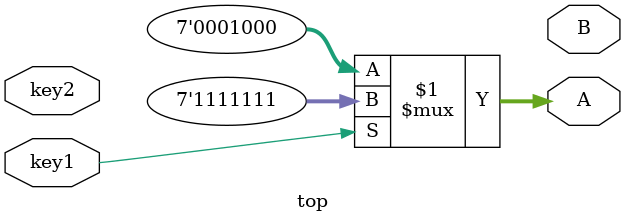
<source format=sv>
	module top (
		 input key1,
		 input key2,
		 output [0:6] A,
		 output [0:6] B
	);

	
  assign A = key1 ? 7'b1111_111 : 7'b0001_000;


endmodule
</source>
